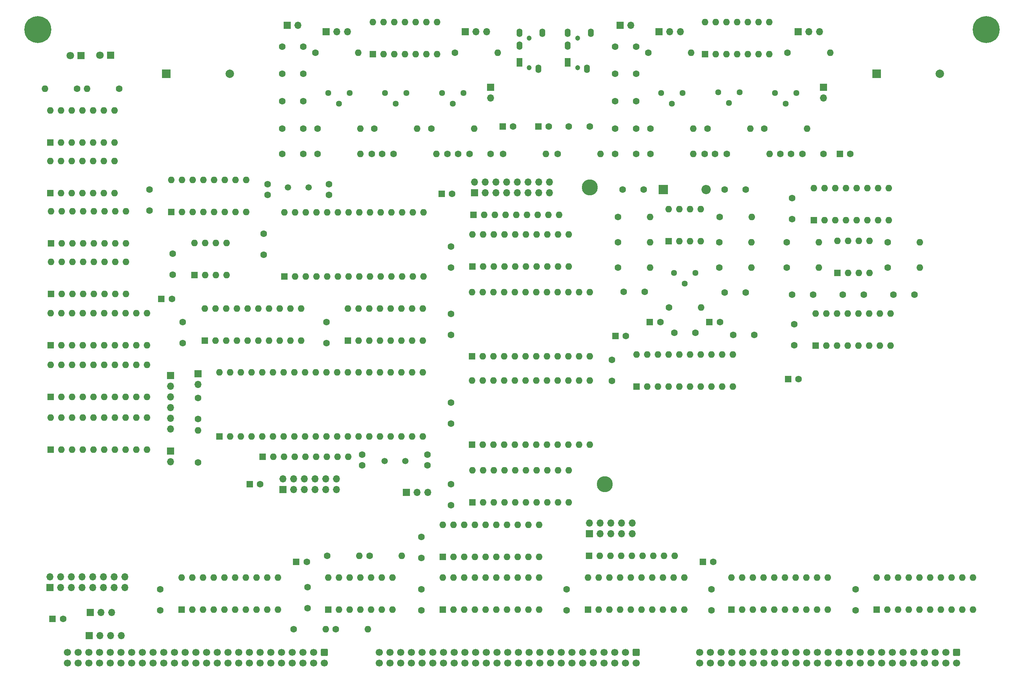
<source format=gbr>
%TF.GenerationSoftware,KiCad,Pcbnew,(6.0.11)*%
%TF.CreationDate,2023-12-29T11:32:03-05:00*%
%TF.ProjectId,input-output.Voice,696e7075-742d-46f7-9574-7075742e566f,rev?*%
%TF.SameCoordinates,Original*%
%TF.FileFunction,Soldermask,Bot*%
%TF.FilePolarity,Negative*%
%FSLAX46Y46*%
G04 Gerber Fmt 4.6, Leading zero omitted, Abs format (unit mm)*
G04 Created by KiCad (PCBNEW (6.0.11)) date 2023-12-29 11:32:03*
%MOMM*%
%LPD*%
G01*
G04 APERTURE LIST*
G04 Aperture macros list*
%AMRoundRect*
0 Rectangle with rounded corners*
0 $1 Rounding radius*
0 $2 $3 $4 $5 $6 $7 $8 $9 X,Y pos of 4 corners*
0 Add a 4 corners polygon primitive as box body*
4,1,4,$2,$3,$4,$5,$6,$7,$8,$9,$2,$3,0*
0 Add four circle primitives for the rounded corners*
1,1,$1+$1,$2,$3*
1,1,$1+$1,$4,$5*
1,1,$1+$1,$6,$7*
1,1,$1+$1,$8,$9*
0 Add four rect primitives between the rounded corners*
20,1,$1+$1,$2,$3,$4,$5,0*
20,1,$1+$1,$4,$5,$6,$7,0*
20,1,$1+$1,$6,$7,$8,$9,0*
20,1,$1+$1,$8,$9,$2,$3,0*%
G04 Aperture macros list end*
%ADD10C,6.400000*%
%ADD11RoundRect,0.250000X-0.600000X0.600000X-0.600000X-0.600000X0.600000X-0.600000X0.600000X0.600000X0*%
%ADD12C,1.700000*%
%ADD13C,1.500000*%
%ADD14C,1.600000*%
%ADD15C,1.440000*%
%ADD16C,3.800000*%
%ADD17O,1.600000X1.600000*%
%ADD18R,1.600000X1.600000*%
%ADD19R,1.700000X1.700000*%
%ADD20O,1.700000X1.700000*%
%ADD21O,1.400000X2.000000*%
%ADD22C,1.200000*%
%ADD23R,1.400000X2.000000*%
%ADD24R,2.000000X2.000000*%
%ADD25C,2.000000*%
%ADD26R,1.800000X1.800000*%
%ADD27C,1.800000*%
%ADD28R,2.200000X2.200000*%
%ADD29O,2.200000X2.200000*%
G04 APERTURE END LIST*
D10*
%TO.C,H2*%
X265000000Y-75000000D03*
%TD*%
%TO.C,H1*%
X40000000Y-75000000D03*
%TD*%
D11*
%TO.C,P2*%
X182000000Y-223000000D03*
D12*
X182000000Y-225540000D03*
X179460000Y-223000000D03*
X179460000Y-225540000D03*
X176920000Y-223000000D03*
X176920000Y-225540000D03*
X174380000Y-223000000D03*
X174380000Y-225540000D03*
X171840000Y-223000000D03*
X171840000Y-225540000D03*
X169300000Y-223000000D03*
X169300000Y-225540000D03*
X166760000Y-223000000D03*
X166760000Y-225540000D03*
X164220000Y-223000000D03*
X164220000Y-225540000D03*
X161680000Y-223000000D03*
X161680000Y-225540000D03*
X159140000Y-223000000D03*
X159140000Y-225540000D03*
X156600000Y-223000000D03*
X156600000Y-225540000D03*
X154060000Y-223000000D03*
X154060000Y-225540000D03*
X151520000Y-223000000D03*
X151520000Y-225540000D03*
X148980000Y-223000000D03*
X148980000Y-225540000D03*
X146440000Y-223000000D03*
X146440000Y-225540000D03*
X143900000Y-223000000D03*
X143900000Y-225540000D03*
X141360000Y-223000000D03*
X141360000Y-225540000D03*
X138820000Y-223000000D03*
X138820000Y-225540000D03*
X136280000Y-223000000D03*
X136280000Y-225540000D03*
X133740000Y-223000000D03*
X133740000Y-225540000D03*
X131200000Y-223000000D03*
X131200000Y-225540000D03*
X128660000Y-223000000D03*
X128660000Y-225540000D03*
X126120000Y-223000000D03*
X126120000Y-225540000D03*
X123580000Y-223000000D03*
X123580000Y-225540000D03*
X121040000Y-223000000D03*
X121040000Y-225540000D03*
%TD*%
D11*
%TO.C,P3*%
X258000000Y-223000000D03*
D12*
X258000000Y-225540000D03*
X255460000Y-223000000D03*
X255460000Y-225540000D03*
X252920000Y-223000000D03*
X252920000Y-225540000D03*
X250380000Y-223000000D03*
X250380000Y-225540000D03*
X247840000Y-223000000D03*
X247840000Y-225540000D03*
X245300000Y-223000000D03*
X245300000Y-225540000D03*
X242760000Y-223000000D03*
X242760000Y-225540000D03*
X240220000Y-223000000D03*
X240220000Y-225540000D03*
X237680000Y-223000000D03*
X237680000Y-225540000D03*
X235140000Y-223000000D03*
X235140000Y-225540000D03*
X232600000Y-223000000D03*
X232600000Y-225540000D03*
X230060000Y-223000000D03*
X230060000Y-225540000D03*
X227520000Y-223000000D03*
X227520000Y-225540000D03*
X224980000Y-223000000D03*
X224980000Y-225540000D03*
X222440000Y-223000000D03*
X222440000Y-225540000D03*
X219900000Y-223000000D03*
X219900000Y-225540000D03*
X217360000Y-223000000D03*
X217360000Y-225540000D03*
X214820000Y-223000000D03*
X214820000Y-225540000D03*
X212280000Y-223000000D03*
X212280000Y-225540000D03*
X209740000Y-223000000D03*
X209740000Y-225540000D03*
X207200000Y-223000000D03*
X207200000Y-225540000D03*
X204660000Y-223000000D03*
X204660000Y-225540000D03*
X202120000Y-223000000D03*
X202120000Y-225540000D03*
X199580000Y-223000000D03*
X199580000Y-225540000D03*
X197040000Y-223000000D03*
X197040000Y-225540000D03*
%TD*%
D11*
%TO.C,P1*%
X108000000Y-223000000D03*
D12*
X108000000Y-225540000D03*
X105460000Y-223000000D03*
X105460000Y-225540000D03*
X102920000Y-223000000D03*
X102920000Y-225540000D03*
X100380000Y-223000000D03*
X100380000Y-225540000D03*
X97840000Y-223000000D03*
X97840000Y-225540000D03*
X95300000Y-223000000D03*
X95300000Y-225540000D03*
X92760000Y-223000000D03*
X92760000Y-225540000D03*
X90220000Y-223000000D03*
X90220000Y-225540000D03*
X87680000Y-223000000D03*
X87680000Y-225540000D03*
X85140000Y-223000000D03*
X85140000Y-225540000D03*
X82600000Y-223000000D03*
X82600000Y-225540000D03*
X80060000Y-223000000D03*
X80060000Y-225540000D03*
X77520000Y-223000000D03*
X77520000Y-225540000D03*
X74980000Y-223000000D03*
X74980000Y-225540000D03*
X72440000Y-223000000D03*
X72440000Y-225540000D03*
X69900000Y-223000000D03*
X69900000Y-225540000D03*
X67360000Y-223000000D03*
X67360000Y-225540000D03*
X64820000Y-223000000D03*
X64820000Y-225540000D03*
X62280000Y-223000000D03*
X62280000Y-225540000D03*
X59740000Y-223000000D03*
X59740000Y-225540000D03*
X57200000Y-223000000D03*
X57200000Y-225540000D03*
X54660000Y-223000000D03*
X54660000Y-225540000D03*
X52120000Y-223000000D03*
X52120000Y-225540000D03*
X49580000Y-223000000D03*
X49580000Y-225540000D03*
X47040000Y-223000000D03*
X47040000Y-225540000D03*
%TD*%
D13*
%TO.C,Y1*%
X122275000Y-177500000D03*
X127155000Y-177500000D03*
%TD*%
D14*
%TO.C,C70*%
X97948900Y-85500000D03*
X102948900Y-85500000D03*
%TD*%
D15*
%TO.C,RV3*%
X135908900Y-90015000D03*
X138448900Y-92555000D03*
X140988900Y-90015000D03*
%TD*%
D14*
%TO.C,C80*%
X97948900Y-98500000D03*
X102948900Y-98500000D03*
%TD*%
%TO.C,C73*%
X97948900Y-79000000D03*
X102948900Y-79000000D03*
%TD*%
%TO.C,C37*%
X116975000Y-176000000D03*
X116975000Y-178500000D03*
%TD*%
%TO.C,C61*%
X243000000Y-138000000D03*
X248000000Y-138000000D03*
%TD*%
D16*
%TO.C,H3*%
X171000000Y-112500000D03*
%TD*%
D14*
%TO.C,R37*%
X217868900Y-80500000D03*
D17*
X228028900Y-80500000D03*
%TD*%
D14*
%TO.C,R40*%
X119868900Y-98500000D03*
D17*
X130028900Y-98500000D03*
%TD*%
D14*
%TO.C,C48*%
X178750000Y-113000000D03*
X183750000Y-113000000D03*
%TD*%
%TO.C,C29*%
X210000000Y-147500000D03*
X205000000Y-147500000D03*
%TD*%
%TO.C,C18*%
X108500000Y-144500000D03*
X108500000Y-149500000D03*
%TD*%
%TO.C,R35*%
X138948900Y-80500000D03*
D17*
X149108900Y-80500000D03*
%TD*%
D14*
%TO.C,R1*%
X49310000Y-89000000D03*
D17*
X41690000Y-89000000D03*
%TD*%
D14*
%TO.C,C10*%
X138000000Y-163625000D03*
X138000000Y-168625000D03*
%TD*%
D18*
%TO.C,U21*%
X239075000Y-212800000D03*
D17*
X241615000Y-212800000D03*
X244155000Y-212800000D03*
X246695000Y-212800000D03*
X249235000Y-212800000D03*
X251775000Y-212800000D03*
X254315000Y-212800000D03*
X256855000Y-212800000D03*
X259395000Y-212800000D03*
X261935000Y-212800000D03*
X261935000Y-205180000D03*
X259395000Y-205180000D03*
X256855000Y-205180000D03*
X254315000Y-205180000D03*
X251775000Y-205180000D03*
X249235000Y-205180000D03*
X246695000Y-205180000D03*
X244155000Y-205180000D03*
X241615000Y-205180000D03*
X239075000Y-205180000D03*
%TD*%
D14*
%TO.C,C13*%
X77975000Y-162500000D03*
X77975000Y-167500000D03*
%TD*%
D18*
%TO.C,J2*%
X43100000Y-137800000D03*
D17*
X45640000Y-137800000D03*
X48180000Y-137800000D03*
X50720000Y-137800000D03*
X53260000Y-137800000D03*
X55800000Y-137800000D03*
X58340000Y-137800000D03*
X60880000Y-137800000D03*
X60880000Y-130180000D03*
X58340000Y-130180000D03*
X55800000Y-130180000D03*
X53260000Y-130180000D03*
X50720000Y-130180000D03*
X48180000Y-130180000D03*
X45640000Y-130180000D03*
X43100000Y-130180000D03*
%TD*%
D19*
%TO.C,JP3*%
X108423900Y-75500000D03*
D20*
X110963900Y-75500000D03*
X113503900Y-75500000D03*
%TD*%
D14*
%TO.C,C11*%
X72000000Y-128250000D03*
X72000000Y-133250000D03*
%TD*%
%TO.C,R29*%
X212368900Y-98500000D03*
D17*
X222528900Y-98500000D03*
%TD*%
D14*
%TO.C,R38*%
X150420000Y-104500000D03*
D17*
X160580000Y-104500000D03*
%TD*%
D18*
%TO.C,C21*%
X69294900Y-139000000D03*
D14*
X71794900Y-139000000D03*
%TD*%
%TO.C,C39*%
X109045000Y-114250000D03*
X109045000Y-111750000D03*
%TD*%
%TO.C,R19*%
X241690000Y-125500000D03*
D17*
X249310000Y-125500000D03*
%TD*%
D14*
%TO.C,C65*%
X119198900Y-104500000D03*
X121698900Y-104500000D03*
%TD*%
D18*
%TO.C,J4*%
X42940000Y-101810000D03*
D17*
X45480000Y-101810000D03*
X48020000Y-101810000D03*
X50560000Y-101810000D03*
X53100000Y-101810000D03*
X55640000Y-101810000D03*
X58180000Y-101810000D03*
X58180000Y-94190000D03*
X55640000Y-94190000D03*
X53100000Y-94190000D03*
X50560000Y-94190000D03*
X48020000Y-94190000D03*
X45480000Y-94190000D03*
X42940000Y-94190000D03*
%TD*%
D19*
%TO.C,J11*%
X52475000Y-213500000D03*
D20*
X55015000Y-213500000D03*
X57555000Y-213500000D03*
%TD*%
D14*
%TO.C,C40*%
X94545000Y-114250000D03*
X94545000Y-111750000D03*
%TD*%
%TO.C,C59*%
X219000000Y-138000000D03*
X224000000Y-138000000D03*
%TD*%
D18*
%TO.C,U4*%
X143025000Y-152625000D03*
D17*
X145565000Y-152625000D03*
X148105000Y-152625000D03*
X150645000Y-152625000D03*
X153185000Y-152625000D03*
X155725000Y-152625000D03*
X158265000Y-152625000D03*
X160805000Y-152625000D03*
X163345000Y-152625000D03*
X165885000Y-152625000D03*
X168425000Y-152625000D03*
X170965000Y-152625000D03*
X170965000Y-137385000D03*
X168425000Y-137385000D03*
X165885000Y-137385000D03*
X163345000Y-137385000D03*
X160805000Y-137385000D03*
X158265000Y-137385000D03*
X155725000Y-137385000D03*
X153185000Y-137385000D03*
X150645000Y-137385000D03*
X148105000Y-137385000D03*
X145565000Y-137385000D03*
X143025000Y-137385000D03*
%TD*%
D19*
%TO.C,JP6*%
X220423900Y-75500000D03*
D20*
X222963900Y-75500000D03*
X225503900Y-75500000D03*
%TD*%
D14*
%TO.C,C2*%
X69000000Y-208000000D03*
X69000000Y-213000000D03*
%TD*%
D18*
%TO.C,U25*%
X170575000Y-212800000D03*
D17*
X173115000Y-212800000D03*
X175655000Y-212800000D03*
X178195000Y-212800000D03*
X180735000Y-212800000D03*
X183275000Y-212800000D03*
X185815000Y-212800000D03*
X188355000Y-212800000D03*
X190895000Y-212800000D03*
X193435000Y-212800000D03*
X193435000Y-205180000D03*
X190895000Y-205180000D03*
X188355000Y-205180000D03*
X185815000Y-205180000D03*
X183275000Y-205180000D03*
X180735000Y-205180000D03*
X178195000Y-205180000D03*
X175655000Y-205180000D03*
X173115000Y-205180000D03*
X170575000Y-205180000D03*
%TD*%
D18*
%TO.C,U1*%
X136075000Y-200300000D03*
D17*
X138615000Y-200300000D03*
X141155000Y-200300000D03*
X143695000Y-200300000D03*
X146235000Y-200300000D03*
X148775000Y-200300000D03*
X151315000Y-200300000D03*
X153855000Y-200300000D03*
X156395000Y-200300000D03*
X158935000Y-200300000D03*
X158935000Y-192680000D03*
X156395000Y-192680000D03*
X153855000Y-192680000D03*
X151315000Y-192680000D03*
X148775000Y-192680000D03*
X146235000Y-192680000D03*
X143695000Y-192680000D03*
X141155000Y-192680000D03*
X138615000Y-192680000D03*
X136075000Y-192680000D03*
%TD*%
D14*
%TO.C,R16*%
X241690000Y-131500000D03*
D17*
X249310000Y-131500000D03*
%TD*%
D14*
%TO.C,C1*%
X66500000Y-112990000D03*
X66500000Y-117990000D03*
%TD*%
D18*
%TO.C,RN3*%
X170825000Y-200000000D03*
D17*
X173365000Y-200000000D03*
X175905000Y-200000000D03*
X178445000Y-200000000D03*
X180985000Y-200000000D03*
X183525000Y-200000000D03*
X186065000Y-200000000D03*
X188605000Y-200000000D03*
X191145000Y-200000000D03*
%TD*%
D19*
%TO.C,SW1*%
X98125000Y-184275000D03*
D20*
X98125000Y-181735000D03*
X100665000Y-184275000D03*
X100665000Y-181735000D03*
X103205000Y-184275000D03*
X103205000Y-181735000D03*
X105745000Y-184275000D03*
X105745000Y-181735000D03*
X108285000Y-184275000D03*
X108285000Y-181735000D03*
X110825000Y-184275000D03*
X110825000Y-181735000D03*
%TD*%
D15*
%TO.C,RV5*%
X214908900Y-90015000D03*
X217448900Y-92555000D03*
X219988900Y-90015000D03*
%TD*%
D14*
%TO.C,C6*%
X138000000Y-126500000D03*
X138000000Y-131500000D03*
%TD*%
%TO.C,C71*%
X176948900Y-104500000D03*
X181948900Y-104500000D03*
%TD*%
%TO.C,C81*%
X176948900Y-98500000D03*
X181948900Y-98500000D03*
%TD*%
%TO.C,C67*%
X198198900Y-104500000D03*
X200698900Y-104500000D03*
%TD*%
D18*
%TO.C,C57*%
X185234000Y-144500000D03*
D14*
X187734000Y-144500000D03*
%TD*%
D19*
%TO.C,JP4*%
X141423900Y-75500000D03*
D20*
X143963900Y-75500000D03*
X146503900Y-75500000D03*
%TD*%
D18*
%TO.C,U28*%
X198323900Y-80800000D03*
D17*
X200863900Y-80800000D03*
X203403900Y-80800000D03*
X205943900Y-80800000D03*
X208483900Y-80800000D03*
X211023900Y-80800000D03*
X213563900Y-80800000D03*
X213563900Y-73180000D03*
X211023900Y-73180000D03*
X208483900Y-73180000D03*
X205943900Y-73180000D03*
X203403900Y-73180000D03*
X200863900Y-73180000D03*
X198323900Y-73180000D03*
%TD*%
D14*
%TO.C,C28*%
X176250000Y-158500000D03*
X176250000Y-153500000D03*
%TD*%
D18*
%TO.C,J1*%
X42940000Y-113800000D03*
D17*
X45480000Y-113800000D03*
X48020000Y-113800000D03*
X50560000Y-113800000D03*
X53100000Y-113800000D03*
X55640000Y-113800000D03*
X58180000Y-113800000D03*
X58180000Y-106180000D03*
X55640000Y-106180000D03*
X53100000Y-106180000D03*
X50560000Y-106180000D03*
X48020000Y-106180000D03*
X45480000Y-106180000D03*
X42940000Y-106180000D03*
%TD*%
D14*
%TO.C,R41*%
X198868900Y-98500000D03*
D17*
X209028900Y-98500000D03*
%TD*%
D14*
%TO.C,C66*%
X137198900Y-104500000D03*
X139698900Y-104500000D03*
%TD*%
%TO.C,C17*%
X93545000Y-123500000D03*
X93545000Y-128500000D03*
%TD*%
D18*
%TO.C,C25*%
X135794900Y-114000000D03*
D14*
X138294900Y-114000000D03*
%TD*%
D18*
%TO.C,U11*%
X189700000Y-125300000D03*
D17*
X192240000Y-125300000D03*
X194780000Y-125300000D03*
X197320000Y-125300000D03*
X197320000Y-117680000D03*
X194780000Y-117680000D03*
X192240000Y-117680000D03*
X189700000Y-117680000D03*
%TD*%
D18*
%TO.C,U13*%
X204575000Y-212800000D03*
D17*
X207115000Y-212800000D03*
X209655000Y-212800000D03*
X212195000Y-212800000D03*
X214735000Y-212800000D03*
X217275000Y-212800000D03*
X219815000Y-212800000D03*
X222355000Y-212800000D03*
X224895000Y-212800000D03*
X227435000Y-212800000D03*
X227435000Y-205180000D03*
X224895000Y-205180000D03*
X222355000Y-205180000D03*
X219815000Y-205180000D03*
X217275000Y-205180000D03*
X214735000Y-205180000D03*
X212195000Y-205180000D03*
X209655000Y-205180000D03*
X207115000Y-205180000D03*
X204575000Y-205180000D03*
%TD*%
D18*
%TO.C,U23*%
X71625000Y-118300000D03*
D17*
X74165000Y-118300000D03*
X76705000Y-118300000D03*
X79245000Y-118300000D03*
X81785000Y-118300000D03*
X84325000Y-118300000D03*
X86865000Y-118300000D03*
X89405000Y-118300000D03*
X89405000Y-110680000D03*
X86865000Y-110680000D03*
X84325000Y-110680000D03*
X81785000Y-110680000D03*
X79245000Y-110680000D03*
X76705000Y-110680000D03*
X74165000Y-110680000D03*
X71625000Y-110680000D03*
%TD*%
D15*
%TO.C,RV2*%
X108908900Y-90015000D03*
X111448900Y-92555000D03*
X113988900Y-90015000D03*
%TD*%
D21*
%TO.C,J9*%
X171250000Y-75750000D03*
D22*
X168050000Y-84050000D03*
X168050000Y-77050000D03*
D21*
X165750000Y-78750000D03*
X165750000Y-75750000D03*
X170250000Y-84250000D03*
D23*
X165750000Y-82750000D03*
%TD*%
D15*
%TO.C,RV7*%
X201408900Y-89913000D03*
X203948900Y-92453000D03*
X206488900Y-89913000D03*
%TD*%
D14*
%TO.C,R13*%
X201750000Y-119500000D03*
D17*
X209370000Y-119500000D03*
%TD*%
D18*
%TO.C,C22*%
X43500000Y-215000000D03*
D14*
X46000000Y-215000000D03*
%TD*%
%TO.C,C9*%
X104000000Y-207500000D03*
X104000000Y-212500000D03*
%TD*%
D18*
%TO.C,J5*%
X43100000Y-125800000D03*
D17*
X45640000Y-125800000D03*
X48180000Y-125800000D03*
X50720000Y-125800000D03*
X53260000Y-125800000D03*
X55800000Y-125800000D03*
X58340000Y-125800000D03*
X60880000Y-125800000D03*
X60880000Y-118180000D03*
X58340000Y-118180000D03*
X55800000Y-118180000D03*
X53260000Y-118180000D03*
X50720000Y-118180000D03*
X48180000Y-118180000D03*
X45640000Y-118180000D03*
X43100000Y-118180000D03*
%TD*%
D18*
%TO.C,C27*%
X90269900Y-183000000D03*
D14*
X92769900Y-183000000D03*
%TD*%
%TO.C,C7*%
X138000000Y-142500000D03*
X138000000Y-147500000D03*
%TD*%
%TO.C,C56*%
X231000000Y-138000000D03*
X236000000Y-138000000D03*
%TD*%
%TO.C,R20*%
X108690000Y-200000000D03*
D17*
X116310000Y-200000000D03*
%TD*%
D14*
%TO.C,C38*%
X132475000Y-176000000D03*
X132475000Y-178500000D03*
%TD*%
%TO.C,C12*%
X219500000Y-145000000D03*
X219500000Y-150000000D03*
%TD*%
%TO.C,C69*%
X97948900Y-104500000D03*
X102948900Y-104500000D03*
%TD*%
D21*
%TO.C,J12*%
X159750000Y-75750000D03*
D22*
X156550000Y-77050000D03*
X156550000Y-84050000D03*
D21*
X154250000Y-78750000D03*
X154250000Y-75750000D03*
X158750000Y-84250000D03*
D23*
X154250000Y-82750000D03*
%TD*%
D14*
%TO.C,R34*%
X105868900Y-80500000D03*
D17*
X116028900Y-80500000D03*
%TD*%
D14*
%TO.C,R30*%
X106368900Y-104500000D03*
D17*
X116528900Y-104500000D03*
%TD*%
D24*
%TO.C,LS1*%
X70510000Y-85500000D03*
D25*
X85510000Y-85500000D03*
%TD*%
D14*
%TO.C,R15*%
X189734900Y-141000000D03*
D17*
X197354900Y-141000000D03*
%TD*%
D18*
%TO.C,U7*%
X143000000Y-173625000D03*
D17*
X145540000Y-173625000D03*
X148080000Y-173625000D03*
X150620000Y-173625000D03*
X153160000Y-173625000D03*
X155700000Y-173625000D03*
X158240000Y-173625000D03*
X160780000Y-173625000D03*
X163320000Y-173625000D03*
X165860000Y-173625000D03*
X168400000Y-173625000D03*
X170940000Y-173625000D03*
X170940000Y-158385000D03*
X168400000Y-158385000D03*
X165860000Y-158385000D03*
X163320000Y-158385000D03*
X160780000Y-158385000D03*
X158240000Y-158385000D03*
X155700000Y-158385000D03*
X153160000Y-158385000D03*
X150620000Y-158385000D03*
X148080000Y-158385000D03*
X145540000Y-158385000D03*
X143000000Y-158385000D03*
%TD*%
D14*
%TO.C,C68*%
X216198900Y-104500000D03*
X218698900Y-104500000D03*
%TD*%
D18*
%TO.C,C24*%
X101294900Y-201500000D03*
D14*
X103794900Y-201500000D03*
%TD*%
%TO.C,R36*%
X184868900Y-80500000D03*
D17*
X195028900Y-80500000D03*
%TD*%
D16*
%TO.C,H4*%
X174500000Y-183000000D03*
%TD*%
D14*
%TO.C,R12*%
X201690000Y-125500000D03*
D17*
X209310000Y-125500000D03*
%TD*%
D26*
%TO.C,D1*%
X50250000Y-81130000D03*
D27*
X47710000Y-81130000D03*
%TD*%
D14*
%TO.C,R8*%
X59310000Y-89000000D03*
D17*
X51690000Y-89000000D03*
%TD*%
D14*
%TO.C,R39*%
X163368900Y-104500000D03*
D17*
X173528900Y-104500000D03*
%TD*%
D18*
%TO.C,U22*%
X74075000Y-212800000D03*
D17*
X76615000Y-212800000D03*
X79155000Y-212800000D03*
X81695000Y-212800000D03*
X84235000Y-212800000D03*
X86775000Y-212800000D03*
X89315000Y-212800000D03*
X91855000Y-212800000D03*
X94395000Y-212800000D03*
X96935000Y-212800000D03*
X96935000Y-205180000D03*
X94395000Y-205180000D03*
X91855000Y-205180000D03*
X89315000Y-205180000D03*
X86775000Y-205180000D03*
X84235000Y-205180000D03*
X81695000Y-205180000D03*
X79155000Y-205180000D03*
X76615000Y-205180000D03*
X74075000Y-205180000D03*
%TD*%
D15*
%TO.C,RV6*%
X122408900Y-90015000D03*
X124948900Y-92555000D03*
X127488900Y-90015000D03*
%TD*%
D19*
%TO.C,SW2*%
X143625000Y-113775000D03*
D20*
X143625000Y-111235000D03*
X146165000Y-113775000D03*
X146165000Y-111235000D03*
X148705000Y-113775000D03*
X148705000Y-111235000D03*
X151245000Y-113775000D03*
X151245000Y-111235000D03*
X153785000Y-113775000D03*
X153785000Y-111235000D03*
X156325000Y-113775000D03*
X156325000Y-111235000D03*
X158865000Y-113775000D03*
X158865000Y-111235000D03*
X161405000Y-113775000D03*
X161405000Y-111235000D03*
%TD*%
D28*
%TO.C,D3*%
X188420000Y-113000000D03*
D29*
X198580000Y-113000000D03*
%TD*%
D14*
%TO.C,C83*%
X176948900Y-92000000D03*
X181948900Y-92000000D03*
%TD*%
D18*
%TO.C,RN1*%
X93300000Y-176500000D03*
D17*
X95840000Y-176500000D03*
X98380000Y-176500000D03*
X100920000Y-176500000D03*
X103460000Y-176500000D03*
X106000000Y-176500000D03*
X108540000Y-176500000D03*
X111080000Y-176500000D03*
X113620000Y-176500000D03*
%TD*%
D14*
%TO.C,R14*%
X177690000Y-125500000D03*
D17*
X185310000Y-125500000D03*
%TD*%
D14*
%TO.C,C8*%
X219000000Y-115000000D03*
X219000000Y-120000000D03*
%TD*%
D18*
%TO.C,U16*%
X182075000Y-159800000D03*
D17*
X184615000Y-159800000D03*
X187155000Y-159800000D03*
X189695000Y-159800000D03*
X192235000Y-159800000D03*
X194775000Y-159800000D03*
X197315000Y-159800000D03*
X199855000Y-159800000D03*
X202395000Y-159800000D03*
X204935000Y-159800000D03*
X204935000Y-152180000D03*
X202395000Y-152180000D03*
X199855000Y-152180000D03*
X197315000Y-152180000D03*
X194775000Y-152180000D03*
X192235000Y-152180000D03*
X189695000Y-152180000D03*
X187155000Y-152180000D03*
X184615000Y-152180000D03*
X182075000Y-152180000D03*
%TD*%
D18*
%TO.C,U27*%
X119448900Y-80800000D03*
D17*
X121988900Y-80800000D03*
X124528900Y-80800000D03*
X127068900Y-80800000D03*
X129608900Y-80800000D03*
X132148900Y-80800000D03*
X134688900Y-80800000D03*
X134688900Y-73180000D03*
X132148900Y-73180000D03*
X129608900Y-73180000D03*
X127068900Y-73180000D03*
X124528900Y-73180000D03*
X121988900Y-73180000D03*
X119448900Y-73180000D03*
%TD*%
D18*
%TO.C,J3*%
X43000000Y-150000000D03*
D17*
X45540000Y-150000000D03*
X48080000Y-150000000D03*
X50620000Y-150000000D03*
X53160000Y-150000000D03*
X55700000Y-150000000D03*
X58240000Y-150000000D03*
X60780000Y-150000000D03*
X63320000Y-150000000D03*
X65860000Y-150000000D03*
X65860000Y-142380000D03*
X63320000Y-142380000D03*
X60780000Y-142380000D03*
X58240000Y-142380000D03*
X55700000Y-142380000D03*
X53160000Y-142380000D03*
X50620000Y-142380000D03*
X48080000Y-142380000D03*
X45540000Y-142380000D03*
X43000000Y-142380000D03*
%TD*%
D19*
%TO.C,P4*%
X52200000Y-219000000D03*
D20*
X54740000Y-219000000D03*
X57280000Y-219000000D03*
X59820000Y-219000000D03*
%TD*%
D14*
%TO.C,R10*%
X177690000Y-119500000D03*
D17*
X185310000Y-119500000D03*
%TD*%
D14*
%TO.C,C75*%
X176948900Y-79000000D03*
X181948900Y-79000000D03*
%TD*%
D18*
%TO.C,C26*%
X218019300Y-158000000D03*
D14*
X220519300Y-158000000D03*
%TD*%
%TO.C,R17*%
X217690000Y-125500000D03*
D17*
X225310000Y-125500000D03*
%TD*%
D14*
%TO.C,R42*%
X110690000Y-217500000D03*
D17*
X118310000Y-217500000D03*
%TD*%
D18*
%TO.C,U15*%
X229700000Y-132800000D03*
D17*
X232240000Y-132800000D03*
X234780000Y-132800000D03*
X237320000Y-132800000D03*
X237320000Y-125180000D03*
X234780000Y-125180000D03*
X232240000Y-125180000D03*
X229700000Y-125180000D03*
%TD*%
D19*
%TO.C,SW3*%
X170925000Y-194775000D03*
D20*
X170925000Y-192235000D03*
X173465000Y-194775000D03*
X173465000Y-192235000D03*
X176005000Y-194775000D03*
X176005000Y-192235000D03*
X178545000Y-194775000D03*
X178545000Y-192235000D03*
X181085000Y-194775000D03*
X181085000Y-192235000D03*
%TD*%
D18*
%TO.C,U20*%
X136075000Y-212800000D03*
D17*
X138615000Y-212800000D03*
X141155000Y-212800000D03*
X143695000Y-212800000D03*
X146235000Y-212800000D03*
X148775000Y-212800000D03*
X151315000Y-212800000D03*
X153855000Y-212800000D03*
X156395000Y-212800000D03*
X158935000Y-212800000D03*
X158935000Y-205180000D03*
X156395000Y-205180000D03*
X153855000Y-205180000D03*
X151315000Y-205180000D03*
X148775000Y-205180000D03*
X146235000Y-205180000D03*
X143695000Y-205180000D03*
X141155000Y-205180000D03*
X138615000Y-205180000D03*
X136075000Y-205180000D03*
%TD*%
D14*
%TO.C,R9*%
X177690000Y-131500000D03*
D17*
X185310000Y-131500000D03*
%TD*%
D13*
%TO.C,Y2*%
X104245000Y-112500000D03*
X99365000Y-112500000D03*
%TD*%
D18*
%TO.C,C78*%
X150294900Y-98000000D03*
D14*
X152794900Y-98000000D03*
%TD*%
D19*
%TO.C,J8*%
X127475000Y-185000000D03*
D20*
X130015000Y-185000000D03*
X132555000Y-185000000D03*
%TD*%
D14*
%TO.C,R27*%
X133368900Y-98500000D03*
D17*
X143528900Y-98500000D03*
%TD*%
D18*
%TO.C,U14*%
X224560000Y-150100000D03*
D17*
X227100000Y-150100000D03*
X229640000Y-150100000D03*
X232180000Y-150100000D03*
X234720000Y-150100000D03*
X237260000Y-150100000D03*
X239800000Y-150100000D03*
X242340000Y-150100000D03*
X242340000Y-142480000D03*
X239800000Y-142480000D03*
X237260000Y-142480000D03*
X234720000Y-142480000D03*
X232180000Y-142480000D03*
X229640000Y-142480000D03*
X227100000Y-142480000D03*
X224560000Y-142480000D03*
%TD*%
D14*
%TO.C,R26*%
X106368900Y-98500000D03*
D17*
X116528900Y-98500000D03*
%TD*%
D14*
%TO.C,C72*%
X176948900Y-85500000D03*
X181948900Y-85500000D03*
%TD*%
D18*
%TO.C,X1*%
X77190000Y-133300000D03*
D17*
X79730000Y-133300000D03*
X82270000Y-133300000D03*
X84810000Y-133300000D03*
X84810000Y-125680000D03*
X82270000Y-125680000D03*
X79730000Y-125680000D03*
X77190000Y-125680000D03*
%TD*%
D14*
%TO.C,R18*%
X217690000Y-131500000D03*
D17*
X225310000Y-131500000D03*
%TD*%
D19*
%TO.C,J10*%
X42875000Y-207525000D03*
D20*
X42875000Y-204985000D03*
X45415000Y-207525000D03*
X45415000Y-204985000D03*
X47955000Y-207525000D03*
X47955000Y-204985000D03*
X50495000Y-207525000D03*
X50495000Y-204985000D03*
X53035000Y-207525000D03*
X53035000Y-204985000D03*
X55575000Y-207525000D03*
X55575000Y-204985000D03*
X58115000Y-207525000D03*
X58115000Y-204985000D03*
X60655000Y-207525000D03*
X60655000Y-204985000D03*
%TD*%
D18*
%TO.C,U6*%
X113600000Y-148925000D03*
D17*
X116140000Y-148925000D03*
X118680000Y-148925000D03*
X121220000Y-148925000D03*
X123760000Y-148925000D03*
X126300000Y-148925000D03*
X128840000Y-148925000D03*
X131380000Y-148925000D03*
X131380000Y-141305000D03*
X128840000Y-141305000D03*
X126300000Y-141305000D03*
X123760000Y-141305000D03*
X121220000Y-141305000D03*
X118680000Y-141305000D03*
X116140000Y-141305000D03*
X113600000Y-141305000D03*
%TD*%
D19*
%TO.C,JP5*%
X187423900Y-75500000D03*
D20*
X189963900Y-75500000D03*
X192503900Y-75500000D03*
%TD*%
D14*
%TO.C,R7*%
X77975000Y-177810000D03*
D17*
X77975000Y-170190000D03*
%TD*%
D18*
%TO.C,U3*%
X83100000Y-171625000D03*
D17*
X85640000Y-171625000D03*
X88180000Y-171625000D03*
X90720000Y-171625000D03*
X93260000Y-171625000D03*
X95800000Y-171625000D03*
X98340000Y-171625000D03*
X100880000Y-171625000D03*
X103420000Y-171625000D03*
X105960000Y-171625000D03*
X108500000Y-171625000D03*
X111040000Y-171625000D03*
X113580000Y-171625000D03*
X116120000Y-171625000D03*
X118660000Y-171625000D03*
X121200000Y-171625000D03*
X123740000Y-171625000D03*
X126280000Y-171625000D03*
X128820000Y-171625000D03*
X131360000Y-171625000D03*
X131360000Y-156385000D03*
X128820000Y-156385000D03*
X126280000Y-156385000D03*
X123740000Y-156385000D03*
X121200000Y-156385000D03*
X118660000Y-156385000D03*
X116120000Y-156385000D03*
X113580000Y-156385000D03*
X111040000Y-156385000D03*
X108500000Y-156385000D03*
X105960000Y-156385000D03*
X103420000Y-156385000D03*
X100880000Y-156385000D03*
X98340000Y-156385000D03*
X95800000Y-156385000D03*
X93260000Y-156385000D03*
X90720000Y-156385000D03*
X88180000Y-156385000D03*
X85640000Y-156385000D03*
X83100000Y-156385000D03*
%TD*%
D14*
%TO.C,R24*%
X100690000Y-217500000D03*
D17*
X108310000Y-217500000D03*
%TD*%
D18*
%TO.C,C30*%
X177044900Y-147750000D03*
D14*
X179544900Y-147750000D03*
%TD*%
%TO.C,R32*%
X185368900Y-104500000D03*
D17*
X195528900Y-104500000D03*
%TD*%
D14*
%TO.C,C77*%
X165948900Y-98000000D03*
X170948900Y-98000000D03*
%TD*%
D15*
%TO.C,RV1*%
X190960000Y-132765000D03*
X193500000Y-135305000D03*
X196040000Y-132765000D03*
%TD*%
D19*
%TO.C,J7*%
X71475000Y-157150000D03*
D20*
X71475000Y-159690000D03*
X71475000Y-162230000D03*
X71475000Y-164770000D03*
X71475000Y-167310000D03*
X71475000Y-169850000D03*
%TD*%
D18*
%TO.C,U5*%
X79575000Y-148925000D03*
D17*
X82115000Y-148925000D03*
X84655000Y-148925000D03*
X87195000Y-148925000D03*
X89735000Y-148925000D03*
X92275000Y-148925000D03*
X94815000Y-148925000D03*
X97355000Y-148925000D03*
X99895000Y-148925000D03*
X102435000Y-148925000D03*
X102435000Y-141305000D03*
X99895000Y-141305000D03*
X97355000Y-141305000D03*
X94815000Y-141305000D03*
X92275000Y-141305000D03*
X89735000Y-141305000D03*
X87195000Y-141305000D03*
X84655000Y-141305000D03*
X82115000Y-141305000D03*
X79575000Y-141305000D03*
%TD*%
D18*
%TO.C,U8*%
X98475000Y-133625000D03*
D17*
X101015000Y-133625000D03*
X103555000Y-133625000D03*
X106095000Y-133625000D03*
X108635000Y-133625000D03*
X111175000Y-133625000D03*
X113715000Y-133625000D03*
X116255000Y-133625000D03*
X118795000Y-133625000D03*
X121335000Y-133625000D03*
X123875000Y-133625000D03*
X126415000Y-133625000D03*
X128955000Y-133625000D03*
X131495000Y-133625000D03*
X131495000Y-118385000D03*
X128955000Y-118385000D03*
X126415000Y-118385000D03*
X123875000Y-118385000D03*
X121335000Y-118385000D03*
X118795000Y-118385000D03*
X116255000Y-118385000D03*
X113715000Y-118385000D03*
X111175000Y-118385000D03*
X108635000Y-118385000D03*
X106095000Y-118385000D03*
X103555000Y-118385000D03*
X101015000Y-118385000D03*
X98475000Y-118385000D03*
%TD*%
D14*
%TO.C,C74*%
X142448900Y-104500000D03*
X147448900Y-104500000D03*
%TD*%
%TO.C,C16*%
X165500000Y-208000000D03*
X165500000Y-213000000D03*
%TD*%
%TO.C,C55*%
X203000000Y-113000000D03*
X208000000Y-113000000D03*
%TD*%
%TO.C,R25*%
X118690000Y-200000000D03*
D17*
X126310000Y-200000000D03*
%TD*%
D14*
%TO.C,C82*%
X97948900Y-92000000D03*
X102948900Y-92000000D03*
%TD*%
D19*
%TO.C,JP1*%
X77975000Y-156725000D03*
D20*
X77975000Y-159265000D03*
%TD*%
D14*
%TO.C,C19*%
X234075000Y-208000000D03*
X234075000Y-213000000D03*
%TD*%
%TO.C,C54*%
X191044900Y-147000000D03*
X196044900Y-147000000D03*
%TD*%
D18*
%TO.C,U19*%
X43000000Y-174800000D03*
D17*
X45540000Y-174800000D03*
X48080000Y-174800000D03*
X50620000Y-174800000D03*
X53160000Y-174800000D03*
X55700000Y-174800000D03*
X58240000Y-174800000D03*
X60780000Y-174800000D03*
X63320000Y-174800000D03*
X65860000Y-174800000D03*
X65860000Y-167180000D03*
X63320000Y-167180000D03*
X60780000Y-167180000D03*
X58240000Y-167180000D03*
X55700000Y-167180000D03*
X53160000Y-167180000D03*
X50620000Y-167180000D03*
X48080000Y-167180000D03*
X45540000Y-167180000D03*
X43000000Y-167180000D03*
%TD*%
D18*
%TO.C,C20*%
X197794900Y-201500000D03*
D14*
X200294900Y-201500000D03*
%TD*%
D19*
%TO.C,JP8*%
X226448900Y-88720000D03*
D20*
X226448900Y-91260000D03*
%TD*%
D19*
%TO.C,JP10*%
X178173900Y-74000000D03*
D20*
X180713900Y-74000000D03*
%TD*%
D18*
%TO.C,U24*%
X224125000Y-120300000D03*
D17*
X226665000Y-120300000D03*
X229205000Y-120300000D03*
X231745000Y-120300000D03*
X234285000Y-120300000D03*
X236825000Y-120300000D03*
X239365000Y-120300000D03*
X241905000Y-120300000D03*
X241905000Y-112680000D03*
X239365000Y-112680000D03*
X236825000Y-112680000D03*
X234285000Y-112680000D03*
X231745000Y-112680000D03*
X229205000Y-112680000D03*
X226665000Y-112680000D03*
X224125000Y-112680000D03*
%TD*%
D19*
%TO.C,JP2*%
X71475000Y-175150000D03*
D20*
X71475000Y-177690000D03*
%TD*%
D14*
%TO.C,C4*%
X74375000Y-144500000D03*
X74375000Y-149500000D03*
%TD*%
D18*
%TO.C,U9*%
X143075000Y-131300000D03*
D17*
X145615000Y-131300000D03*
X148155000Y-131300000D03*
X150695000Y-131300000D03*
X153235000Y-131300000D03*
X155775000Y-131300000D03*
X158315000Y-131300000D03*
X160855000Y-131300000D03*
X163395000Y-131300000D03*
X165935000Y-131300000D03*
X165935000Y-123680000D03*
X163395000Y-123680000D03*
X160855000Y-123680000D03*
X158315000Y-123680000D03*
X155775000Y-123680000D03*
X153235000Y-123680000D03*
X150695000Y-123680000D03*
X148155000Y-123680000D03*
X145615000Y-123680000D03*
X143075000Y-123680000D03*
%TD*%
D14*
%TO.C,R28*%
X185368900Y-98500000D03*
D17*
X195528900Y-98500000D03*
%TD*%
D14*
%TO.C,C14*%
X199800000Y-208000000D03*
X199800000Y-213000000D03*
%TD*%
%TO.C,R33*%
X203448900Y-104500000D03*
D17*
X213608900Y-104500000D03*
%TD*%
D14*
%TO.C,C60*%
X203000000Y-137500000D03*
X208000000Y-137500000D03*
%TD*%
%TO.C,R31*%
X124368900Y-104500000D03*
D17*
X134528900Y-104500000D03*
%TD*%
D18*
%TO.C,C49*%
X199339800Y-144500000D03*
D14*
X201839800Y-144500000D03*
%TD*%
%TO.C,R11*%
X201690000Y-131500000D03*
D17*
X209310000Y-131500000D03*
%TD*%
D18*
%TO.C,C23*%
X230294900Y-104500000D03*
D14*
X232794900Y-104500000D03*
%TD*%
D18*
%TO.C,J6*%
X43000000Y-162300000D03*
D17*
X45540000Y-162300000D03*
X48080000Y-162300000D03*
X50620000Y-162300000D03*
X53160000Y-162300000D03*
X55700000Y-162300000D03*
X58240000Y-162300000D03*
X60780000Y-162300000D03*
X63320000Y-162300000D03*
X65860000Y-162300000D03*
X65860000Y-154680000D03*
X63320000Y-154680000D03*
X60780000Y-154680000D03*
X58240000Y-154680000D03*
X55700000Y-154680000D03*
X53160000Y-154680000D03*
X50620000Y-154680000D03*
X48080000Y-154680000D03*
X45540000Y-154680000D03*
X43000000Y-154680000D03*
%TD*%
D14*
%TO.C,C58*%
X179000000Y-137250000D03*
X184000000Y-137250000D03*
%TD*%
D24*
%TO.C,LS2*%
X239010000Y-85500000D03*
D25*
X254010000Y-85500000D03*
%TD*%
D26*
%TO.C,D2*%
X57250000Y-81100000D03*
D27*
X54710000Y-81100000D03*
%TD*%
D14*
%TO.C,C76*%
X221448900Y-104500000D03*
X226448900Y-104500000D03*
%TD*%
D18*
%TO.C,U2*%
X143075000Y-187300000D03*
D17*
X145615000Y-187300000D03*
X148155000Y-187300000D03*
X150695000Y-187300000D03*
X153235000Y-187300000D03*
X155775000Y-187300000D03*
X158315000Y-187300000D03*
X160855000Y-187300000D03*
X163395000Y-187300000D03*
X165935000Y-187300000D03*
X165935000Y-179680000D03*
X163395000Y-179680000D03*
X160855000Y-179680000D03*
X158315000Y-179680000D03*
X155775000Y-179680000D03*
X153235000Y-179680000D03*
X150695000Y-179680000D03*
X148155000Y-179680000D03*
X145615000Y-179680000D03*
X143075000Y-179680000D03*
%TD*%
D19*
%TO.C,JP9*%
X99173900Y-74000000D03*
D20*
X101713900Y-74000000D03*
%TD*%
D14*
%TO.C,C15*%
X138000000Y-183000000D03*
X138000000Y-188000000D03*
%TD*%
D18*
%TO.C,U12*%
X108875000Y-212800000D03*
D17*
X111415000Y-212800000D03*
X113955000Y-212800000D03*
X116495000Y-212800000D03*
X119035000Y-212800000D03*
X121575000Y-212800000D03*
X124115000Y-212800000D03*
X124115000Y-205180000D03*
X121575000Y-205180000D03*
X119035000Y-205180000D03*
X116495000Y-205180000D03*
X113955000Y-205180000D03*
X111415000Y-205180000D03*
X108875000Y-205180000D03*
%TD*%
D14*
%TO.C,C3*%
X131000000Y-195500000D03*
X131000000Y-200500000D03*
%TD*%
D18*
%TO.C,RN2*%
X143325000Y-119000000D03*
D17*
X145865000Y-119000000D03*
X148405000Y-119000000D03*
X150945000Y-119000000D03*
X153485000Y-119000000D03*
X156025000Y-119000000D03*
X158565000Y-119000000D03*
X161105000Y-119000000D03*
X163645000Y-119000000D03*
%TD*%
D19*
%TO.C,JP7*%
X147448900Y-88725000D03*
D20*
X147448900Y-91265000D03*
%TD*%
D18*
%TO.C,C79*%
X158743800Y-98000000D03*
D14*
X161243800Y-98000000D03*
%TD*%
D15*
%TO.C,RV4*%
X187908900Y-90015000D03*
X190448900Y-92555000D03*
X192988900Y-90015000D03*
%TD*%
D14*
%TO.C,C5*%
X131000000Y-208000000D03*
X131000000Y-213000000D03*
%TD*%
M02*

</source>
